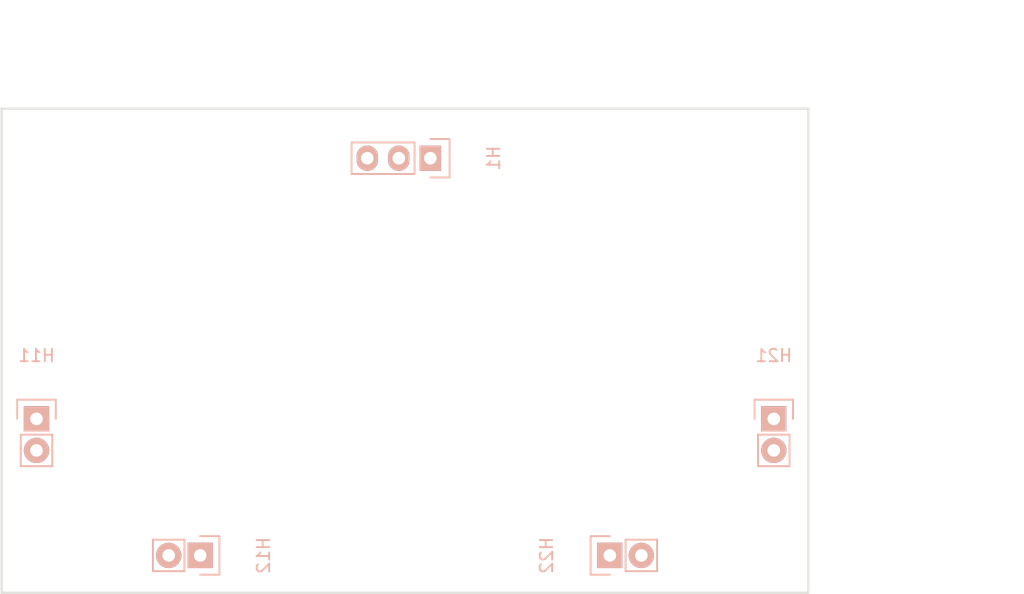
<source format=kicad_pcb>
(kicad_pcb (version 4) (host pcbnew 4.0.7)

  (general
    (links 50)
    (no_connects 50)
    (area 96.11 57.9 182.504868 119.030001)
    (thickness 1.6)
    (drawings 18)
    (tracks 0)
    (zones 0)
    (modules 5)
    (nets 8)
  )

  (page A4)
  (layers
    (0 F.Cu signal)
    (31 B.Cu signal)
    (32 B.Adhes user)
    (33 F.Adhes user)
    (34 B.Paste user)
    (35 F.Paste user)
    (36 B.SilkS user)
    (37 F.SilkS user)
    (38 B.Mask user)
    (39 F.Mask user)
    (40 Dwgs.User user)
    (41 Cmts.User user)
    (42 Eco1.User user)
    (43 Eco2.User user)
    (44 Edge.Cuts user)
    (45 Margin user)
    (46 B.CrtYd user)
    (47 F.CrtYd user)
    (48 B.Fab user)
    (49 F.Fab user)
  )

  (setup
    (last_trace_width 1)
    (trace_clearance 0.4)
    (zone_clearance 0.3)
    (zone_45_only no)
    (trace_min 0.1)
    (segment_width 0.2)
    (edge_width 0.15)
    (via_size 0.6)
    (via_drill 0.4)
    (via_min_size 0.4)
    (via_min_drill 0.3)
    (uvia_size 0.3)
    (uvia_drill 0.1)
    (uvias_allowed no)
    (uvia_min_size 0.2)
    (uvia_min_drill 0.1)
    (pcb_text_width 0.3)
    (pcb_text_size 1.5 1.5)
    (mod_edge_width 0.15)
    (mod_text_size 1 1)
    (mod_text_width 0.15)
    (pad_size 2 2)
    (pad_drill 0.8)
    (pad_to_mask_clearance 0.2)
    (aux_axis_origin 0 0)
    (visible_elements FFFFFF7F)
    (pcbplotparams
      (layerselection 0x00030_80000001)
      (usegerberextensions false)
      (excludeedgelayer true)
      (linewidth 0.100000)
      (plotframeref false)
      (viasonmask false)
      (mode 1)
      (useauxorigin false)
      (hpglpennumber 1)
      (hpglpenspeed 20)
      (hpglpendiameter 15)
      (hpglpenoverlay 2)
      (psnegative false)
      (psa4output false)
      (plotreference true)
      (plotvalue true)
      (plotinvisibletext false)
      (padsonsilk false)
      (subtractmaskfromsilk false)
      (outputformat 1)
      (mirror false)
      (drillshape 1)
      (scaleselection 1)
      (outputdirectory ""))
  )

  (net 0 "")
  (net 1 "Net-(C11-Pad2)")
  (net 2 GND)
  (net 3 "Net-(C15-Pad2)")
  (net 4 "Net-(C21-Pad2)")
  (net 5 "Net-(C25-Pad2)")
  (net 6 /V+)
  (net 7 /V-)

  (net_class Default "Ceci est la Netclass par défaut"
    (clearance 0.4)
    (trace_width 1)
    (via_dia 0.6)
    (via_drill 0.4)
    (uvia_dia 0.3)
    (uvia_drill 0.1)
    (add_net GND)
    (add_net "Net-(C11-Pad1)")
    (add_net "Net-(C11-Pad2)")
    (add_net "Net-(C12-Pad1)")
    (add_net "Net-(C13-Pad1)")
    (add_net "Net-(C13-Pad2)")
    (add_net "Net-(C14-Pad1)")
    (add_net "Net-(C15-Pad2)")
    (add_net "Net-(C21-Pad1)")
    (add_net "Net-(C21-Pad2)")
    (add_net "Net-(C22-Pad1)")
    (add_net "Net-(C23-Pad1)")
    (add_net "Net-(C23-Pad2)")
    (add_net "Net-(C24-Pad1)")
    (add_net "Net-(C25-Pad2)")
    (add_net "Net-(H13-Pad3)")
    (add_net "Net-(H23-Pad3)")
    (add_net "Net-(R13-Pad2)")
    (add_net "Net-(R23-Pad2)")
  )

  (net_class extra_small ""
    (clearance 0.1)
    (trace_width 0.1)
    (via_dia 0.6)
    (via_drill 0.4)
    (uvia_dia 0.3)
    (uvia_drill 0.1)
    (add_net /V-)
  )

  (net_class small ""
    (clearance 0.4)
    (trace_width 0.5)
    (via_dia 0.6)
    (via_drill 0.4)
    (uvia_dia 0.3)
    (uvia_drill 0.1)
    (add_net /V+)
    (add_net "Net-(C15-Pad1)")
    (add_net "Net-(C25-Pad1)")
    (add_net "Net-(R11-Pad1)")
    (add_net "Net-(R14-Pad2)")
    (add_net "Net-(R21-Pad1)")
    (add_net "Net-(R24-Pad2)")
  )

  (module Pin_Headers:Pin_Header_Straight_1x03 (layer B.Cu) (tedit 0) (tstamp 5724E859)
    (at 133.54 62 90)
    (descr "Through hole pin header")
    (tags "pin header")
    (path /571FAC36)
    (fp_text reference H1 (at 0 5.1 90) (layer B.SilkS)
      (effects (font (size 1 1) (thickness 0.15)) (justify mirror))
    )
    (fp_text value Header_01x03 (at 2.62 -2.6 180) (layer B.Fab)
      (effects (font (size 1 1) (thickness 0.15)) (justify mirror))
    )
    (fp_line (start -1.75 1.75) (end -1.75 -6.85) (layer B.CrtYd) (width 0.05))
    (fp_line (start 1.75 1.75) (end 1.75 -6.85) (layer B.CrtYd) (width 0.05))
    (fp_line (start -1.75 1.75) (end 1.75 1.75) (layer B.CrtYd) (width 0.05))
    (fp_line (start -1.75 -6.85) (end 1.75 -6.85) (layer B.CrtYd) (width 0.05))
    (fp_line (start -1.27 -1.27) (end -1.27 -6.35) (layer B.SilkS) (width 0.15))
    (fp_line (start -1.27 -6.35) (end 1.27 -6.35) (layer B.SilkS) (width 0.15))
    (fp_line (start 1.27 -6.35) (end 1.27 -1.27) (layer B.SilkS) (width 0.15))
    (fp_line (start 1.55 1.55) (end 1.55 0) (layer B.SilkS) (width 0.15))
    (fp_line (start 1.27 -1.27) (end -1.27 -1.27) (layer B.SilkS) (width 0.15))
    (fp_line (start -1.55 0) (end -1.55 1.55) (layer B.SilkS) (width 0.15))
    (fp_line (start -1.55 1.55) (end 1.55 1.55) (layer B.SilkS) (width 0.15))
    (pad 1 thru_hole rect (at 0 0 90) (size 2.032 1.7272) (drill 1.016) (layers *.Cu *.Mask B.SilkS)
      (net 6 /V+))
    (pad 2 thru_hole oval (at 0 -2.54 90) (size 2.032 1.7272) (drill 1.016) (layers *.Cu *.Mask B.SilkS)
      (net 2 GND))
    (pad 3 thru_hole oval (at 0 -5.08 90) (size 2.032 1.7272) (drill 1.016) (layers *.Cu *.Mask B.SilkS)
      (net 7 /V-))
    (model Pin_Headers.3dshapes/Pin_Header_Straight_1x03.wrl
      (at (xyz 0 -0.1 0))
      (scale (xyz 1 1 1))
      (rotate (xyz 0 0 90))
    )
  )

  (module Pin_Headers:Pin_Header_Straight_1x02 (layer B.Cu) (tedit 54EA090C) (tstamp 5724E86A)
    (at 101.81 83 180)
    (descr "Through hole pin header")
    (tags "pin header")
    (path /571FAC2E)
    (fp_text reference H11 (at 0 5.1 180) (layer B.SilkS)
      (effects (font (size 1 1) (thickness 0.15)) (justify mirror))
    )
    (fp_text value Header_01x02 (at 2.05 -0.49 270) (layer B.Fab)
      (effects (font (size 1 1) (thickness 0.15)) (justify mirror))
    )
    (fp_line (start 1.27 -1.27) (end 1.27 -3.81) (layer B.SilkS) (width 0.15))
    (fp_line (start 1.55 1.55) (end 1.55 0) (layer B.SilkS) (width 0.15))
    (fp_line (start -1.75 1.75) (end -1.75 -4.3) (layer B.CrtYd) (width 0.05))
    (fp_line (start 1.75 1.75) (end 1.75 -4.3) (layer B.CrtYd) (width 0.05))
    (fp_line (start -1.75 1.75) (end 1.75 1.75) (layer B.CrtYd) (width 0.05))
    (fp_line (start -1.75 -4.3) (end 1.75 -4.3) (layer B.CrtYd) (width 0.05))
    (fp_line (start 1.27 -1.27) (end -1.27 -1.27) (layer B.SilkS) (width 0.15))
    (fp_line (start -1.55 0) (end -1.55 1.55) (layer B.SilkS) (width 0.15))
    (fp_line (start -1.55 1.55) (end 1.55 1.55) (layer B.SilkS) (width 0.15))
    (fp_line (start -1.27 -1.27) (end -1.27 -3.81) (layer B.SilkS) (width 0.15))
    (fp_line (start -1.27 -3.81) (end 1.27 -3.81) (layer B.SilkS) (width 0.15))
    (pad 1 thru_hole rect (at 0 0 180) (size 2.032 2.032) (drill 1.016) (layers *.Cu *.Mask B.SilkS)
      (net 1 "Net-(C11-Pad2)"))
    (pad 2 thru_hole oval (at 0 -2.54 180) (size 2.032 2.032) (drill 1.016) (layers *.Cu *.Mask B.SilkS)
      (net 2 GND))
    (model Pin_Headers.3dshapes/Pin_Header_Straight_1x02.wrl
      (at (xyz 0 -0.05 0))
      (scale (xyz 1 1 1))
      (rotate (xyz 0 0 90))
    )
  )

  (module Pin_Headers:Pin_Header_Straight_1x02 (layer B.Cu) (tedit 54EA090C) (tstamp 5724E87B)
    (at 115 94 90)
    (descr "Through hole pin header")
    (tags "pin header")
    (path /571FAC4C)
    (fp_text reference H12 (at 0 5.1 90) (layer B.SilkS)
      (effects (font (size 1 1) (thickness 0.15)) (justify mirror))
    )
    (fp_text value Header_01x02 (at -2.1 -0.83 360) (layer B.Fab)
      (effects (font (size 1 1) (thickness 0.15)) (justify mirror))
    )
    (fp_line (start 1.27 -1.27) (end 1.27 -3.81) (layer B.SilkS) (width 0.15))
    (fp_line (start 1.55 1.55) (end 1.55 0) (layer B.SilkS) (width 0.15))
    (fp_line (start -1.75 1.75) (end -1.75 -4.3) (layer B.CrtYd) (width 0.05))
    (fp_line (start 1.75 1.75) (end 1.75 -4.3) (layer B.CrtYd) (width 0.05))
    (fp_line (start -1.75 1.75) (end 1.75 1.75) (layer B.CrtYd) (width 0.05))
    (fp_line (start -1.75 -4.3) (end 1.75 -4.3) (layer B.CrtYd) (width 0.05))
    (fp_line (start 1.27 -1.27) (end -1.27 -1.27) (layer B.SilkS) (width 0.15))
    (fp_line (start -1.55 0) (end -1.55 1.55) (layer B.SilkS) (width 0.15))
    (fp_line (start -1.55 1.55) (end 1.55 1.55) (layer B.SilkS) (width 0.15))
    (fp_line (start -1.27 -1.27) (end -1.27 -3.81) (layer B.SilkS) (width 0.15))
    (fp_line (start -1.27 -3.81) (end 1.27 -3.81) (layer B.SilkS) (width 0.15))
    (pad 1 thru_hole rect (at 0 0 90) (size 2.032 2.032) (drill 1.016) (layers *.Cu *.Mask B.SilkS)
      (net 3 "Net-(C15-Pad2)"))
    (pad 2 thru_hole oval (at 0 -2.54 90) (size 2.032 2.032) (drill 1.016) (layers *.Cu *.Mask B.SilkS)
      (net 2 GND))
    (model Pin_Headers.3dshapes/Pin_Header_Straight_1x02.wrl
      (at (xyz 0 -0.05 0))
      (scale (xyz 1 1 1))
      (rotate (xyz 0 0 90))
    )
  )

  (module Pin_Headers:Pin_Header_Straight_1x02 (layer B.Cu) (tedit 54EA090C) (tstamp 5724E89E)
    (at 161.21 83 180)
    (descr "Through hole pin header")
    (tags "pin header")
    (path /571FB0EE)
    (fp_text reference H21 (at 0 5.1 180) (layer B.SilkS)
      (effects (font (size 1 1) (thickness 0.15)) (justify mirror))
    )
    (fp_text value Header_01x02 (at 0 3.1 180) (layer B.Fab)
      (effects (font (size 1 1) (thickness 0.15)) (justify mirror))
    )
    (fp_line (start 1.27 -1.27) (end 1.27 -3.81) (layer B.SilkS) (width 0.15))
    (fp_line (start 1.55 1.55) (end 1.55 0) (layer B.SilkS) (width 0.15))
    (fp_line (start -1.75 1.75) (end -1.75 -4.3) (layer B.CrtYd) (width 0.05))
    (fp_line (start 1.75 1.75) (end 1.75 -4.3) (layer B.CrtYd) (width 0.05))
    (fp_line (start -1.75 1.75) (end 1.75 1.75) (layer B.CrtYd) (width 0.05))
    (fp_line (start -1.75 -4.3) (end 1.75 -4.3) (layer B.CrtYd) (width 0.05))
    (fp_line (start 1.27 -1.27) (end -1.27 -1.27) (layer B.SilkS) (width 0.15))
    (fp_line (start -1.55 0) (end -1.55 1.55) (layer B.SilkS) (width 0.15))
    (fp_line (start -1.55 1.55) (end 1.55 1.55) (layer B.SilkS) (width 0.15))
    (fp_line (start -1.27 -1.27) (end -1.27 -3.81) (layer B.SilkS) (width 0.15))
    (fp_line (start -1.27 -3.81) (end 1.27 -3.81) (layer B.SilkS) (width 0.15))
    (pad 1 thru_hole rect (at 0 0 180) (size 2.032 2.032) (drill 1.016) (layers *.Cu *.Mask B.SilkS)
      (net 4 "Net-(C21-Pad2)"))
    (pad 2 thru_hole oval (at 0 -2.54 180) (size 2.032 2.032) (drill 1.016) (layers *.Cu *.Mask B.SilkS)
      (net 2 GND))
    (model Pin_Headers.3dshapes/Pin_Header_Straight_1x02.wrl
      (at (xyz 0 -0.05 0))
      (scale (xyz 1 1 1))
      (rotate (xyz 0 0 90))
    )
  )

  (module Pin_Headers:Pin_Header_Straight_1x02 (layer B.Cu) (tedit 54EA090C) (tstamp 5724E8AF)
    (at 148 94 270)
    (descr "Through hole pin header")
    (tags "pin header")
    (path /571FB19F)
    (fp_text reference H22 (at 0 5.1 270) (layer B.SilkS)
      (effects (font (size 1 1) (thickness 0.15)) (justify mirror))
    )
    (fp_text value Header_01x02 (at 1.96 -1.28 360) (layer B.Fab)
      (effects (font (size 1 1) (thickness 0.15)) (justify mirror))
    )
    (fp_line (start 1.27 -1.27) (end 1.27 -3.81) (layer B.SilkS) (width 0.15))
    (fp_line (start 1.55 1.55) (end 1.55 0) (layer B.SilkS) (width 0.15))
    (fp_line (start -1.75 1.75) (end -1.75 -4.3) (layer B.CrtYd) (width 0.05))
    (fp_line (start 1.75 1.75) (end 1.75 -4.3) (layer B.CrtYd) (width 0.05))
    (fp_line (start -1.75 1.75) (end 1.75 1.75) (layer B.CrtYd) (width 0.05))
    (fp_line (start -1.75 -4.3) (end 1.75 -4.3) (layer B.CrtYd) (width 0.05))
    (fp_line (start 1.27 -1.27) (end -1.27 -1.27) (layer B.SilkS) (width 0.15))
    (fp_line (start -1.55 0) (end -1.55 1.55) (layer B.SilkS) (width 0.15))
    (fp_line (start -1.55 1.55) (end 1.55 1.55) (layer B.SilkS) (width 0.15))
    (fp_line (start -1.27 -1.27) (end -1.27 -3.81) (layer B.SilkS) (width 0.15))
    (fp_line (start -1.27 -3.81) (end 1.27 -3.81) (layer B.SilkS) (width 0.15))
    (pad 1 thru_hole rect (at 0 0 270) (size 2.032 2.032) (drill 1.016) (layers *.Cu *.Mask B.SilkS)
      (net 5 "Net-(C25-Pad2)"))
    (pad 2 thru_hole oval (at 0 -2.54 270) (size 2.032 2.032) (drill 1.016) (layers *.Cu *.Mask B.SilkS)
      (net 2 GND))
    (model Pin_Headers.3dshapes/Pin_Header_Straight_1x02.wrl
      (at (xyz 0 -0.05 0))
      (scale (xyz 1 1 1))
      (rotate (xyz 0 0 90))
    )
  )

  (gr_text OUT_L- (at 150.525 88.775 90) (layer Cmts.User) (tstamp 5A41161C)
    (effects (font (size 1 1) (thickness 0.2)))
  )
  (gr_text OUT_L+ (at 147.9 88.75 90) (layer Cmts.User) (tstamp 5A41161B)
    (effects (font (size 1 1) (thickness 0.2)))
  )
  (gr_text IN_L- (at 156.5 85.625) (layer Cmts.User) (tstamp 5A41161A)
    (effects (font (size 1 1) (thickness 0.2)))
  )
  (gr_text IN_L+ (at 156.525 83) (layer Cmts.User) (tstamp 5A411619)
    (effects (font (size 1 1) (thickness 0.2)))
  )
  (gr_text OUT_R- (at 112.45 88.975 90) (layer Cmts.User) (tstamp 5A41160C)
    (effects (font (size 1 1) (thickness 0.2)))
  )
  (gr_text OUT_R+ (at 115.025 88.875 90) (layer Cmts.User)
    (effects (font (size 1 1) (thickness 0.2)))
  )
  (gr_text IN_R- (at 105.95 85.625) (layer Cmts.User)
    (effects (font (size 1 1) (thickness 0.2)))
  )
  (gr_text IN_R+ (at 105.975 83) (layer Cmts.User)
    (effects (font (size 1 1) (thickness 0.2)))
  )
  (dimension 39 (width 0.25) (layer Dwgs.User)
    (gr_text "39,000 mm" (at 180.025 77.5 270) (layer Dwgs.User)
      (effects (font (size 1 1) (thickness 0.25)))
    )
    (feature1 (pts (xy 164 97) (xy 181.375 97)))
    (feature2 (pts (xy 164 58) (xy 181.375 58)))
    (crossbar (pts (xy 178.675 58) (xy 178.675 97)))
    (arrow1a (pts (xy 178.675 97) (xy 178.088579 95.873496)))
    (arrow1b (pts (xy 178.675 97) (xy 179.261421 95.873496)))
    (arrow2a (pts (xy 178.675 58) (xy 178.088579 59.126504)))
    (arrow2b (pts (xy 178.675 58) (xy 179.261421 59.126504)))
  )
  (dimension 65 (width 0.25) (layer Dwgs.User)
    (gr_text "65,000 mm" (at 131.5 50.175) (layer Dwgs.User)
      (effects (font (size 1 1) (thickness 0.25)))
    )
    (feature1 (pts (xy 164 58) (xy 164 48.825)))
    (feature2 (pts (xy 99 58) (xy 99 48.825)))
    (crossbar (pts (xy 99 51.525) (xy 164 51.525)))
    (arrow1a (pts (xy 164 51.525) (xy 162.873496 52.111421)))
    (arrow1b (pts (xy 164 51.525) (xy 162.873496 50.938579)))
    (arrow2a (pts (xy 99 51.525) (xy 100.126504 52.111421)))
    (arrow2b (pts (xy 99 51.525) (xy 100.126504 50.938579)))
  )
  (gr_text V+ (at 133.5 65.3 90) (layer Cmts.User)
    (effects (font (size 1 1) (thickness 0.2)))
  )
  (gr_text GND (at 131.05 66.3 90) (layer Cmts.User)
    (effects (font (size 1 1) (thickness 0.2)))
  )
  (gr_text V- (at 128.4 65.2 90) (layer Cmts.User)
    (effects (font (size 1 1) (thickness 0.2)))
  )
  (gr_text PWR (at 130.9 59.175) (layer Cmts.User)
    (effects (font (size 1 1) (thickness 0.2)))
  )
  (gr_line (start 99 97) (end 99 58) (layer Edge.Cuts) (width 0.15))
  (gr_line (start 164 97) (end 99 97) (layer Edge.Cuts) (width 0.15))
  (gr_line (start 164 58) (end 164 97) (layer Edge.Cuts) (width 0.15))
  (gr_line (start 99 58) (end 164 58) (layer Edge.Cuts) (width 0.15))

  (zone (net 2) (net_name GND) (layer B.Cu) (tstamp 0) (hatch edge 0.508)
    (connect_pads (clearance 0.3))
    (min_thickness 0.2)
    (fill (arc_segments 16) (thermal_gap 0.3) (thermal_bridge_width 0.3))
    (polygon
      (pts
        (xy 98.87 57.9) (xy 164.08 57.95) (xy 164.04 97.08) (xy 98.88 97.1)
      )
    )
  )
)

</source>
